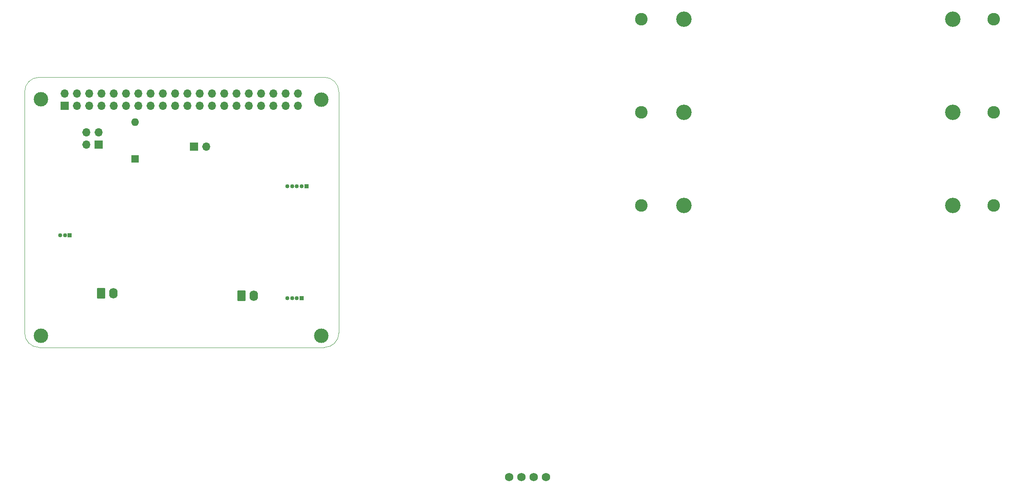
<source format=gbr>
G04 #@! TF.GenerationSoftware,KiCad,Pcbnew,9.0.4-9.0.4-0~ubuntu22.04.1*
G04 #@! TF.CreationDate,2025-09-06T14:28:02-05:00*
G04 #@! TF.ProjectId,Lab1_PCB,4c616231-5f50-4434-922e-6b696361645f,rev?*
G04 #@! TF.SameCoordinates,Original*
G04 #@! TF.FileFunction,Soldermask,Bot*
G04 #@! TF.FilePolarity,Negative*
%FSLAX46Y46*%
G04 Gerber Fmt 4.6, Leading zero omitted, Abs format (unit mm)*
G04 Created by KiCad (PCBNEW 9.0.4-9.0.4-0~ubuntu22.04.1) date 2025-09-06 14:28:02*
%MOMM*%
%LPD*%
G01*
G04 APERTURE LIST*
G04 Aperture macros list*
%AMRoundRect*
0 Rectangle with rounded corners*
0 $1 Rounding radius*
0 $2 $3 $4 $5 $6 $7 $8 $9 X,Y pos of 4 corners*
0 Add a 4 corners polygon primitive as box body*
4,1,4,$2,$3,$4,$5,$6,$7,$8,$9,$2,$3,0*
0 Add four circle primitives for the rounded corners*
1,1,$1+$1,$2,$3*
1,1,$1+$1,$4,$5*
1,1,$1+$1,$6,$7*
1,1,$1+$1,$8,$9*
0 Add four rect primitives between the rounded corners*
20,1,$1+$1,$2,$3,$4,$5,0*
20,1,$1+$1,$4,$5,$6,$7,0*
20,1,$1+$1,$6,$7,$8,$9,0*
20,1,$1+$1,$8,$9,$2,$3,0*%
G04 Aperture macros list end*
%ADD10C,1.734000*%
%ADD11R,1.600000X1.600000*%
%ADD12O,1.600000X1.600000*%
%ADD13R,0.850000X0.850000*%
%ADD14O,0.850000X0.850000*%
%ADD15C,3.000000*%
%ADD16R,1.700000X1.700000*%
%ADD17O,1.700000X1.700000*%
%ADD18RoundRect,0.250000X-0.620000X-0.845000X0.620000X-0.845000X0.620000X0.845000X-0.620000X0.845000X0*%
%ADD19O,1.740000X2.190000*%
%ADD20C,3.200000*%
%ADD21C,2.604000*%
G04 #@! TA.AperFunction,Profile*
%ADD22C,0.100000*%
G04 #@! TD*
G04 APERTURE END LIST*
D10*
X165810000Y-140875000D03*
X163270000Y-140875000D03*
X160730000Y-140875000D03*
X158190000Y-140875000D03*
D11*
X80824655Y-74909655D03*
D12*
X80824655Y-67289655D03*
D13*
X116324655Y-80579655D03*
D14*
X115324655Y-80579655D03*
X114324655Y-80579655D03*
X113324655Y-80579655D03*
X112324655Y-80579655D03*
D15*
X119354655Y-111599655D03*
D16*
X93024655Y-72389655D03*
D17*
X95564655Y-72389655D03*
D15*
X61364655Y-111609655D03*
D16*
X73304655Y-71949655D03*
D17*
X70764655Y-71949655D03*
X73304655Y-69409655D03*
X70764655Y-69409655D03*
D15*
X61364655Y-62599655D03*
D13*
X67324655Y-90789655D03*
D14*
X66324655Y-90789655D03*
X65324655Y-90789655D03*
D18*
X73824655Y-102789655D03*
D19*
X76364655Y-102789655D03*
D13*
X115324655Y-103789655D03*
D14*
X114324655Y-103789655D03*
X113324655Y-103789655D03*
X112324655Y-103789655D03*
D18*
X102824655Y-103289655D03*
D19*
X105364655Y-103289655D03*
D15*
X119364655Y-62619655D03*
D17*
X114504655Y-61339655D03*
X114504655Y-63879655D03*
X111964655Y-61339655D03*
X111964655Y-63879655D03*
X109424655Y-61339655D03*
X109424655Y-63879655D03*
X106884655Y-61339655D03*
X106884655Y-63879655D03*
X104344655Y-61339655D03*
X104344655Y-63879655D03*
X101804655Y-61339655D03*
X101804655Y-63879655D03*
X99264655Y-61339655D03*
X99264655Y-63879655D03*
X96724655Y-61339655D03*
X96724655Y-63879655D03*
X94184655Y-61339655D03*
X94184655Y-63879655D03*
X91644655Y-61339655D03*
X91644655Y-63879655D03*
X89104655Y-61339655D03*
X89104655Y-63879655D03*
X86564655Y-61339655D03*
X86564655Y-63879655D03*
X84024655Y-61339655D03*
X84024655Y-63879655D03*
X81484655Y-61339655D03*
X81484655Y-63879655D03*
X78944655Y-61339655D03*
X78944655Y-63879655D03*
X76404655Y-61339655D03*
X76404655Y-63879655D03*
X73864655Y-61339655D03*
X73864655Y-63879655D03*
X71324655Y-61339655D03*
X71324655Y-63879655D03*
X68784655Y-61339655D03*
X68784655Y-63879655D03*
X66244655Y-61339655D03*
D16*
X66244655Y-63879655D03*
D20*
X194390000Y-46000000D03*
X194390000Y-65300000D03*
X194390000Y-84600000D03*
X250000000Y-46000000D03*
X250000000Y-65300000D03*
X250000000Y-84600000D03*
D21*
X185545000Y-46000000D03*
X258445000Y-46000000D03*
X185545000Y-65300000D03*
X258445000Y-65300000D03*
X185545000Y-84600000D03*
X258445000Y-84600000D03*
D22*
X122999995Y-111005236D02*
G75*
G02*
X120000000Y-113999945I-2999951J5247D01*
G01*
X61000000Y-114000000D02*
X120000000Y-114000000D01*
X120000000Y-58000000D02*
G75*
G02*
X123000033Y-61000000I44J-2999989D01*
G01*
X123000000Y-111000000D02*
X123000000Y-61000000D01*
X120000000Y-58000000D02*
X61000000Y-58000000D01*
X58000000Y-61000000D02*
X58000000Y-111000000D01*
X58000000Y-61000000D02*
G75*
G02*
X61000000Y-57999945I3000044J11D01*
G01*
X61000000Y-114000000D02*
G75*
G02*
X58000033Y-111000000I44J3000011D01*
G01*
M02*

</source>
